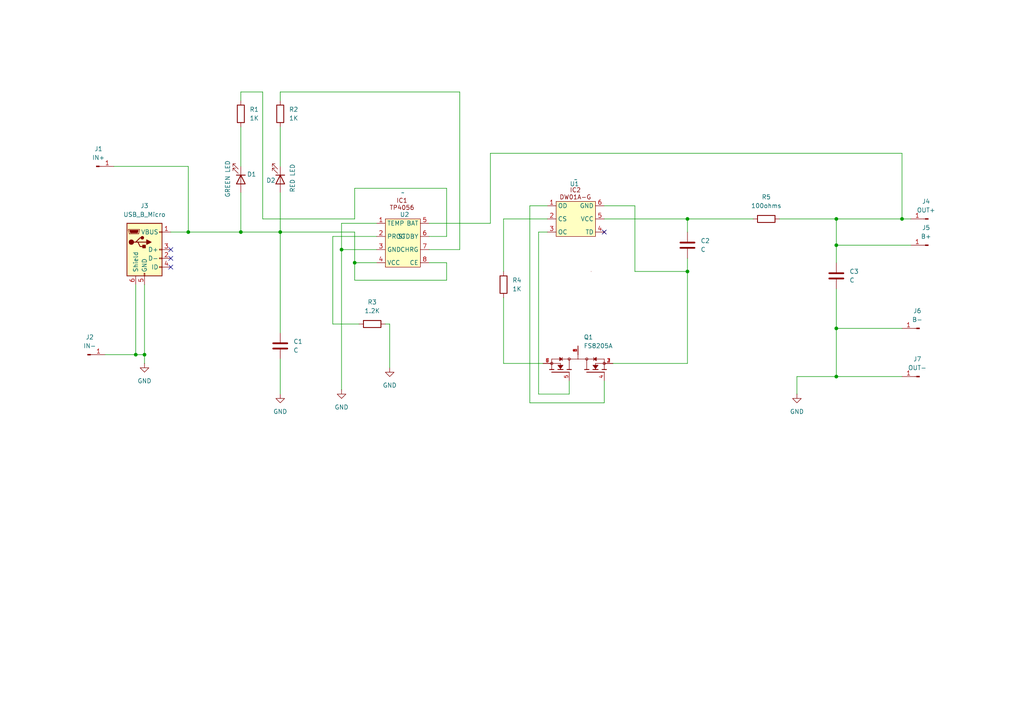
<source format=kicad_sch>
(kicad_sch (version 20231120) (generator "eeschema") (generator_version "8.0")
  (paper "A4")
  (lib_symbols
    (symbol "Connector:Conn_01x01_Pin" (pin_names (offset 1.016) hide)
      (property "Reference" "J" (at 0 2.54 0))
      (property "Value" "Conn_01x01_Pin" (at 0 -2.54 0))
      (symbol "Conn_01x01_Pin_1_1"
        (polyline (pts (xy 1.27 0) (xy 0.8636 0)) (stroke (width 0.1524)))
        (rectangle (start 0.8636 0.127) (end 0 -0.127) (stroke (width 0.1524)) (fill (type outline)))
        (pin passive line (at 5.08 0 180) (length 3.81) (name "Pin_1") (number "1"))
      )
    )
    (symbol "Connector:USB_B_Micro" (pin_names (offset 1.016))
      (property "Reference" "J" (at -5.08 11.43 0))
      (property "Value" "USB_B_Micro" (at -5.08 8.89 0))
      (symbol "USB_B_Micro_0_1"
        (rectangle (start -5.08 -7.62) (end 5.08 7.62) (stroke (width 0.254)) (fill (type background)))
        (circle (center -3.81 2.159) (radius 0.635) (stroke (width 0.254)) (fill (type outline)))
        (circle (center -0.635 3.429) (radius 0.381) (stroke (width 0.254)) (fill (type outline)))
        (rectangle (start -0.127 -7.62) (end 0.127 -6.858))
        (polyline (pts (xy -1.905 2.159) (xy 0.635 2.159)) (stroke (width 0.254)))
        (polyline (pts (xy -3.175 2.159) (xy -2.54 2.159) (xy -1.27 3.429) (xy -0.635 3.429)) (stroke (width 0.254)))
        (polyline (pts (xy -2.54 2.159) (xy -1.905 2.159) (xy -1.27 0.889) (xy 0 0.889)) (stroke (width 0.254)))
        (polyline (pts (xy 0.635 2.794) (xy 0.635 1.524) (xy 1.905 2.159) (xy 0.635 2.794)) (stroke (width 0.254)) (fill (type outline)))
        (polyline (pts (xy -4.318 5.588) (xy -1.778 5.588) (xy -2.032 4.826) (xy -4.064 4.826) (xy -4.318 5.588)) (fill (type outline)))
        (polyline (pts (xy -4.699 5.842) (xy -4.699 5.588) (xy -4.445 4.826) (xy -4.445 4.572) (xy -1.651 4.572) (xy -1.651 4.826) (xy -1.397 5.588) (xy -1.397 5.842) (xy -4.699 5.842)))
        (rectangle (start 0.254 1.27) (end -0.508 0.508) (stroke (width 0.254)) (fill (type outline)))
        (rectangle (start 5.08 -5.207) (end 4.318 -4.953))
        (rectangle (start 5.08 -2.667) (end 4.318 -2.413))
        (rectangle (start 5.08 -0.127) (end 4.318 0.127))
        (rectangle (start 5.08 4.953) (end 4.318 5.207))
      )
      (symbol "USB_B_Micro_1_1"
        (pin power_out line (at 7.62 5.08 180) (length 2.54) (name "VBUS") (number "1"))
        (pin bidirectional line (at 7.62 -2.54 180) (length 2.54) (name "D-") (number "2"))
        (pin bidirectional line (at 7.62 0 180) (length 2.54) (name "D+") (number "3"))
        (pin passive line (at 7.62 -5.08 180) (length 2.54) (name "ID") (number "4"))
        (pin power_out line (at 0 -10.16 90) (length 2.54) (name "GND") (number "5"))
        (pin passive line (at -2.54 -10.16 90) (length 2.54) (name "Shield") (number "6"))
      )
    )
    (symbol "Device:C" (pin_numbers hide) (pin_names (offset 0.254))
      (property "Reference" "C" (at 0.635 2.54 0))
      (property "Value" "C" (at 0.635 -2.54 0))
      (symbol "C_0_1"
        (polyline (pts (xy -2.032 -0.762) (xy 2.032 -0.762)) (stroke (width 0.508)))
        (polyline (pts (xy -2.032 0.762) (xy 2.032 0.762)) (stroke (width 0.508)))
      )
      (symbol "C_1_1"
        (pin passive line (at 0 3.81 270) (length 2.794) (name "~") (number "1"))
        (pin passive line (at 0 -3.81 90) (length 2.794) (name "~") (number "2"))
      )
    )
    (symbol "Device:LED" (pin_numbers hide) (pin_names (offset 1.016) hide)
      (property "Reference" "D" (at 0 2.54 0))
      (property "Value" "LED" (at 0 -2.54 0))
      (symbol "LED_0_1"
        (polyline (pts (xy -1.27 -1.27) (xy -1.27 1.27)) (stroke (width 0.254)))
        (polyline (pts (xy -1.27 0) (xy 1.27 0)))
        (polyline (pts (xy 1.27 -1.27) (xy 1.27 1.27) (xy -1.27 0) (xy 1.27 -1.27)) (stroke (width 0.254)))
        (polyline (pts (xy -3.048 -0.762) (xy -4.572 -2.286) (xy -3.81 -2.286) (xy -4.572 -2.286) (xy -4.572 -1.524)))
        (polyline (pts (xy -1.778 -0.762) (xy -3.302 -2.286) (xy -2.54 -2.286) (xy -3.302 -2.286) (xy -3.302 -1.524)))
      )
      (symbol "LED_1_1"
        (pin passive line (at -3.81 0 0) (length 2.54) (name "K") (number "1"))
        (pin passive line (at 3.81 0 180) (length 2.54) (name "A") (number "2"))
      )
    )
    (symbol "Device:R" (pin_numbers hide) (pin_names (offset 0))
      (property "Reference" "R" (at 2.032 0 90))
      (property "Value" "R" (at 0 0 90))
      (symbol "R_0_1"
        (rectangle (start -1.016 -2.54) (end 1.016 2.54) (stroke (width 0.254)))
      )
      (symbol "R_1_1"
        (pin passive line (at 0 3.81 270) (length 1.27) (name "~") (number "1"))
        (pin passive line (at 0 -3.81 90) (length 1.27) (name "~") (number "2"))
      )
    )
    (symbol "FS8205A:FS8205A" (pin_names (offset 1.016))
      (property "Reference" "Q" (at -11.43 7.62 0))
      (property "Value" "FS8205A" (at -11.43 -12.7 0))
      (symbol "FS8205A_0_0"
        (circle (center 0 -7.62) (radius 0.3592))
        (polyline (pts (xy -2.54 -2.54) (xy -2.54 -7.62)) (stroke (width 0.254)))
        (polyline (pts (xy -2.54 7.62) (xy -2.54 2.54)) (stroke (width 0.254)))
        (polyline (pts (xy -1.778 -7.62) (xy -1.778 -8.255)) (stroke (width 0.254)))
        (polyline (pts (xy -1.778 -6.985) (xy -1.778 -7.62)) (stroke (width 0.254)))
        (polyline (pts (xy -1.778 -5.08) (xy -1.778 -5.842)) (stroke (width 0.254)))
        (polyline (pts (xy -1.778 -5.08) (xy 0 -5.08)) (stroke (width 0.1524)))
        (polyline (pts (xy -1.778 -4.318) (xy -1.778 -5.08)) (stroke (width 0.254)))
        (polyline (pts (xy -1.778 -2.54) (xy -1.778 -3.175)) (stroke (width 0.254)))
        (polyline (pts (xy -1.778 -2.54) (xy 1.27 -2.54)) (stroke (width 0.1524)))
        (polyline (pts (xy -1.778 -1.905) (xy -1.778 -2.54)) (stroke (width 0.254)))
        (polyline (pts (xy -1.778 2.54) (xy -1.778 1.905)) (stroke (width 0.254)))
        (polyline (pts (xy -1.778 3.175) (xy -1.778 2.54)) (stroke (width 0.254)))
        (polyline (pts (xy -1.778 5.08) (xy -1.778 4.318)) (stroke (width 0.254)))
        (polyline (pts (xy -1.778 5.08) (xy 0 5.08)) (stroke (width 0.1524)))
        (polyline (pts (xy -1.778 5.842) (xy -1.778 5.08)) (stroke (width 0.254)))
        (polyline (pts (xy -1.778 7.62) (xy -1.778 6.985)) (stroke (width 0.254)))
        (polyline (pts (xy -1.778 7.62) (xy 1.27 7.62)) (stroke (width 0.1524)))
        (polyline (pts (xy -1.778 8.255) (xy -1.778 7.62)) (stroke (width 0.254)))
        (polyline (pts (xy 0 -7.62) (xy -1.778 -7.62)) (stroke (width 0.1524)))
        (polyline (pts (xy 0 -7.62) (xy 1.27 -7.62)) (stroke (width 0.1524)))
        (polyline (pts (xy 0 -5.08) (xy 0 -7.62)) (stroke (width 0.1524)))
        (polyline (pts (xy 0 7.62) (xy 0 5.08)) (stroke (width 0.1524)))
        (polyline (pts (xy 0.762 4.572) (xy 1.27 4.572)) (stroke (width 0.1524)))
        (polyline (pts (xy 1.27 -4.572) (xy 0.762 -4.572)) (stroke (width 0.1524)))
        (polyline (pts (xy 1.27 -4.572) (xy 1.27 -7.62)) (stroke (width 0.1524)))
        (polyline (pts (xy 1.27 -2.54) (xy 1.27 -4.572)) (stroke (width 0.1524)))
        (polyline (pts (xy 1.27 -2.54) (xy 1.27 0)) (stroke (width 0.1524)))
        (polyline (pts (xy 1.27 0) (xy 1.27 2.54)) (stroke (width 0.1524)))
        (polyline (pts (xy 1.27 0) (xy 2.54 0)) (stroke (width 0.1524)))
        (polyline (pts (xy 1.27 2.54) (xy -1.778 2.54)) (stroke (width 0.1524)))
        (polyline (pts (xy 1.27 2.54) (xy 1.27 4.572)) (stroke (width 0.1524)))
        (polyline (pts (xy 1.27 4.572) (xy 1.27 7.62)) (stroke (width 0.1524)))
        (polyline (pts (xy 1.27 4.572) (xy 1.778 4.572)) (stroke (width 0.1524)))
        (polyline (pts (xy 1.778 -4.572) (xy 1.27 -4.572)) (stroke (width 0.1524)))
        (polyline (pts (xy -1.524 -5.08) (xy -0.508 -4.318) (xy -0.508 -5.842) (xy -1.524 -5.08)) (stroke (width 0.1524)) (fill (type outline)))
        (polyline (pts (xy -1.524 5.08) (xy -0.508 5.842) (xy -0.508 4.318) (xy -1.524 5.08)) (stroke (width 0.1524)) (fill (type outline)))
        (polyline (pts (xy 1.27 -4.572) (xy 0.762 -5.334) (xy 1.778 -5.334) (xy 1.27 -4.572)) (stroke (width 0.1524)) (fill (type outline)))
        (polyline (pts (xy 1.27 4.572) (xy 1.778 5.334) (xy 0.762 5.334) (xy 1.27 4.572)) (stroke (width 0.1524)) (fill (type outline)))
        (circle (center 0 7.62) (radius 0.3592))
        (circle (center 1.27 -2.54) (radius 0.3592))
        (circle (center 1.27 2.54) (radius 0.3592))
        (pin passive line (at 5.08 0 180) (length 2.54) (name "~") (number "1"))
        (pin passive line (at 0 -10.16 90) (length 2.54) (name "~") (number "2"))
        (pin passive line (at 0 -10.16 90) (length 2.54) (name "~") (number "3"))
        (pin passive line (at -5.08 -7.62 0) (length 2.54) (name "~") (number "4"))
        (pin passive line (at -5.08 2.54 0) (length 2.54) (name "~") (number "5"))
        (pin passive line (at 0 10.16 270) (length 2.54) (name "~") (number "6"))
        (pin passive line (at 0 10.16 270) (length 2.54) (name "~") (number "7"))
        (pin passive line (at 5.08 0 180) (length 2.54) (name "~") (number "8"))
      )
    )
    (symbol "my_custom_symbol_library:DW01A-G"
      (property "Reference" "U" (at 0 0 0))
      (symbol "DW01A-G_0_1"
        (rectangle (start 5.08 -21.59) (end 5.08 -21.59))
      )
      (symbol "DW01A-G_1_1"
        (rectangle (start -5.08 -1.27) (end 6.35 -11.43) (fill (type background)))
        (text "IC2\nDW01A-G" (at 0.508 1.016 0) (effects (font (size 1.27 1.27))))
        (pin input line (at -7.62 -2.54 0) (length 2.54) (name "OD") (number "1"))
        (pin input line (at -7.62 -6.35 0) (length 2.54) (name "CS") (number "2"))
        (pin input line (at -7.62 -10.16 0) (length 2.54) (name "OC") (number "3"))
        (pin no_connect line (at 8.89 -10.16 180) (length 2.54) (name "TD") (number "4"))
        (pin power_in line (at 8.89 -6.35 180) (length 2.54) (name "VCC") (number "5"))
        (pin power_in line (at 8.89 -2.54 180) (length 2.54) (name "GND") (number "6"))
      )
    )
    (symbol "my_custom_symbol_library:TP4056"
      (property "Reference" "U" (at 0 0 0))
      (symbol "TP4056_1_1"
        (rectangle (start -5.08 -1.27) (end 5.08 -15.24) (fill (type background)))
        (text "IC1\nTP4056" (at -0.254 3.048 0) (effects (font (size 1.27 1.27))))
        (pin input line (at -7.62 -2.54 0) (length 2.54) (name "TEMP") (number "1"))
        (pin input line (at -7.62 -6.35 0) (length 2.54) (name "PROG") (number "2"))
        (pin power_in line (at -7.62 -10.16 0) (length 2.54) (name "GND") (number "3"))
        (pin power_in line (at -7.62 -13.97 0) (length 2.54) (name "VCC") (number "4"))
        (pin power_in line (at 7.62 -2.54 180) (length 2.54) (name "BAT") (number "5"))
        (pin output line (at 7.62 -6.35 180) (length 2.54) (name "STDBY") (number "6"))
        (pin output line (at 7.62 -10.16 180) (length 2.54) (name "CHRG") (number "7"))
        (pin input line (at 7.62 -13.97 180) (length 2.54) (name "CE") (number "8"))
      )
    )
    (symbol "power:GND" (power) (pin_numbers hide) (pin_names (offset 0) hide)
      (property "Value" "GND" (at 0 -3.81 0))
      (symbol "GND_0_1"
        (polyline (pts (xy 0 0) (xy 0 -1.27) (xy 1.27 -1.27) (xy 0 -2.54) (xy -1.27 -1.27) (xy 0 -1.27)))
      )
      (symbol "GND_1_1"
        (pin power_in line (at 0 0 270) (length 0) (name "~") (number "1"))
      )
    )
  )
  (junction (at 242.57 109.22))
  (junction (at 199.39 78.74))
  (junction (at 102.87 76.2))
  (junction (at 99.06 72.39))
  (junction (at 242.57 95.25))
  (junction (at 242.57 63.5))
  (junction (at 199.39 63.5))
  (junction (at 242.57 71.12))
  (junction (at 54.61 67.31))
  (junction (at 81.28 67.31))
  (junction (at 39.37 102.87))
  (junction (at 69.85 67.31))
  (junction (at 41.91 102.87))
  (junction (at 261.62 63.5))
  (no_connect (at 49.53 74.93))
  (no_connect (at 49.53 72.39))
  (no_connect (at 49.53 77.47))
  (no_connect (at 175.26 67.31))
  (wire (pts (xy 153.67 59.69) (xy 153.67 116.84)))
  (wire (pts (xy 30.48 102.87) (xy 39.37 102.87)))
  (wire (pts (xy 129.54 54.61) (xy 129.54 68.58)))
  (wire (pts (xy 175.26 59.69) (xy 184.15 59.69)))
  (wire (pts (xy 81.28 104.14) (xy 81.28 114.3)))
  (wire (pts (xy 156.21 114.3) (xy 165.1 114.3)))
  (wire (pts (xy 242.57 95.25) (xy 242.57 109.22)))
  (wire (pts (xy 102.87 67.31) (xy 102.87 76.2)))
  (wire (pts (xy 146.05 105.41) (xy 157.48 105.41)))
  (wire (pts (xy 69.85 67.31) (xy 81.28 67.31)))
  (wire (pts (xy 129.54 76.2) (xy 124.46 76.2)))
  (wire (pts (xy 41.91 102.87) (xy 41.91 105.41)))
  (wire (pts (xy 146.05 63.5) (xy 146.05 78.74)))
  (wire (pts (xy 81.28 67.31) (xy 81.28 96.52)))
  (wire (pts (xy 109.22 64.77) (xy 99.06 64.77)))
  (wire (pts (xy 261.62 63.5) (xy 264.16 63.5)))
  (wire (pts (xy 242.57 109.22) (xy 231.14 109.22)))
  (wire (pts (xy 142.24 64.77) (xy 142.24 44.45)))
  (wire (pts (xy 242.57 63.5) (xy 242.57 71.12)))
  (wire (pts (xy 124.46 64.77) (xy 142.24 64.77)))
  (wire (pts (xy 242.57 109.22) (xy 261.62 109.22)))
  (wire (pts (xy 261.62 44.45) (xy 261.62 63.5)))
  (wire (pts (xy 175.26 116.84) (xy 175.26 110.49)))
  (wire (pts (xy 226.06 63.5) (xy 242.57 63.5)))
  (wire (pts (xy 76.2 26.67) (xy 76.2 63.5)))
  (wire (pts (xy 113.03 93.98) (xy 113.03 106.68)))
  (wire (pts (xy 231.14 109.22) (xy 231.14 114.3)))
  (wire (pts (xy 102.87 76.2) (xy 109.22 76.2)))
  (wire (pts (xy 81.28 29.21) (xy 81.28 26.67)))
  (wire (pts (xy 165.1 110.49) (xy 165.1 114.3)))
  (wire (pts (xy 158.75 67.31) (xy 156.21 67.31)))
  (wire (pts (xy 199.39 63.5) (xy 199.39 67.31)))
  (wire (pts (xy 76.2 63.5) (xy 102.87 63.5)))
  (wire (pts (xy 69.85 55.88) (xy 69.85 67.31)))
  (wire (pts (xy 96.52 93.98) (xy 104.14 93.98)))
  (wire (pts (xy 109.22 68.58) (xy 96.52 68.58)))
  (wire (pts (xy 99.06 64.77) (xy 99.06 72.39)))
  (wire (pts (xy 242.57 63.5) (xy 261.62 63.5)))
  (wire (pts (xy 69.85 29.21) (xy 69.85 26.67)))
  (wire (pts (xy 199.39 74.93) (xy 199.39 78.74)))
  (wire (pts (xy 69.85 26.67) (xy 76.2 26.67)))
  (wire (pts (xy 184.15 59.69) (xy 184.15 78.74)))
  (wire (pts (xy 102.87 63.5) (xy 102.87 54.61)))
  (wire (pts (xy 242.57 95.25) (xy 261.62 95.25)))
  (wire (pts (xy 242.57 71.12) (xy 242.57 76.2)))
  (wire (pts (xy 133.35 26.67) (xy 133.35 72.39)))
  (wire (pts (xy 156.21 67.31) (xy 156.21 114.3)))
  (wire (pts (xy 54.61 67.31) (xy 69.85 67.31)))
  (wire (pts (xy 242.57 83.82) (xy 242.57 95.25)))
  (wire (pts (xy 158.75 63.5) (xy 146.05 63.5)))
  (wire (pts (xy 184.15 78.74) (xy 199.39 78.74)))
  (wire (pts (xy 99.06 72.39) (xy 99.06 113.03)))
  (wire (pts (xy 39.37 102.87) (xy 39.37 82.55)))
  (wire (pts (xy 102.87 54.61) (xy 129.54 54.61)))
  (wire (pts (xy 146.05 86.36) (xy 146.05 105.41)))
  (wire (pts (xy 129.54 81.28) (xy 129.54 76.2)))
  (wire (pts (xy 41.91 102.87) (xy 41.91 82.55)))
  (wire (pts (xy 158.75 59.69) (xy 153.67 59.69)))
  (wire (pts (xy 109.22 72.39) (xy 99.06 72.39)))
  (wire (pts (xy 199.39 105.41) (xy 177.8 105.41)))
  (wire (pts (xy 49.53 67.31) (xy 54.61 67.31)))
  (wire (pts (xy 54.61 48.26) (xy 54.61 67.31)))
  (wire (pts (xy 39.37 102.87) (xy 41.91 102.87)))
  (wire (pts (xy 153.67 116.84) (xy 175.26 116.84)))
  (wire (pts (xy 81.28 55.88) (xy 81.28 67.31)))
  (wire (pts (xy 102.87 76.2) (xy 102.87 81.28)))
  (wire (pts (xy 102.87 81.28) (xy 129.54 81.28)))
  (wire (pts (xy 111.76 93.98) (xy 113.03 93.98)))
  (wire (pts (xy 81.28 67.31) (xy 102.87 67.31)))
  (wire (pts (xy 33.02 48.26) (xy 54.61 48.26)))
  (wire (pts (xy 242.57 71.12) (xy 264.16 71.12)))
  (wire (pts (xy 199.39 78.74) (xy 199.39 105.41)))
  (wire (pts (xy 124.46 72.39) (xy 133.35 72.39)))
  (wire (pts (xy 199.39 63.5) (xy 218.44 63.5)))
  (wire (pts (xy 69.85 36.83) (xy 69.85 48.26)))
  (wire (pts (xy 142.24 44.45) (xy 261.62 44.45)))
  (wire (pts (xy 175.26 63.5) (xy 199.39 63.5)))
  (wire (pts (xy 81.28 26.67) (xy 133.35 26.67)))
  (wire (pts (xy 96.52 68.58) (xy 96.52 93.98)))
  (wire (pts (xy 81.28 36.83) (xy 81.28 48.26)))
  (wire (pts (xy 129.54 68.58) (xy 124.46 68.58)))
  (symbol (lib_id "power:GND") (at 99.06 113.03 0) (unit 1)
    (property "Reference" "#PWR04" (effects (hide yes)))
    (property "Value" "GND" (at 99.06 118.11 0))
    (property "Description" "Power symbol creates a global label with name \"GND\" , ground" (effects (hide yes)))
  )
  (symbol (lib_id "Device:C") (at 81.28 100.33 0) (unit 1)
    (property "Reference" "C1" (at 85.09 99.0599 0) (effects (justify left)))
    (property "Value" "C" (at 85.09 101.5999 0) (effects (justify left)))
    (property "Footprint" "Capacitor_SMD:C_0201_0603Metric" (effects (hide yes)))
    (property "Description" "Unpolarized capacitor" (effects (hide yes)))
  )
  (symbol (lib_id "power:GND") (at 113.03 106.68 0) (unit 1)
    (property "Reference" "#PWR01" (effects (hide yes)))
    (property "Value" "GND" (at 113.03 111.76 0))
    (property "Description" "Power symbol creates a global label with name \"GND\" , ground" (effects (hide yes)))
  )
  (symbol (lib_id "Device:R") (at 222.25 63.5 90) (unit 1)
    (property "Reference" "R5" (at 222.25 57.15 90))
    (property "Value" "100ohms" (at 222.25 59.69 90))
    (property "Footprint" "Resistor_SMD:R_0201_0603Metric" (effects (hide yes)))
    (property "Description" "Resistor" (effects (hide yes)))
  )
  (symbol (lib_id "Device:R") (at 146.05 82.55 0) (unit 1)
    (property "Reference" "R4" (at 148.59 81.2799 0) (effects (justify left)))
    (property "Value" "1K" (at 148.59 83.8199 0) (effects (justify left)))
    (property "Footprint" "Resistor_SMD:R_0201_0603Metric" (effects (hide yes)))
    (property "Description" "Resistor" (effects (hide yes)))
  )
  (symbol (lib_id "my_custom_symbol_library:TP4056") (at 116.84 62.23 0) (unit 1)
    (property "Reference" "U2" (at 117.348 62.23 0))
    (property "Value" "~" (at 116.84 55.88 0))
    (property "Footprint" "my_custom_library:SOP-8_3.9x4.9mm_P1.27mm" (effects (hide yes)))
  )
  (symbol (lib_id "Connector:USB_B_Micro") (at 41.91 72.39 0) (unit 1)
    (property "Reference" "J3" (at 41.91 59.69 0))
    (property "Value" "USB_B_Micro" (at 41.91 62.23 0))
    (property "Footprint" "Connector_USB:USB_Micro-B_Molex_47346-0001" (effects (hide yes)))
    (property "Description" "USB Micro Type B connector" (effects (hide yes)))
  )
  (symbol (lib_id "power:GND") (at 81.28 114.3 0) (unit 1)
    (property "Reference" "#PWR02" (effects (hide yes)))
    (property "Value" "GND" (at 81.28 119.38 0))
    (property "Description" "Power symbol creates a global label with name \"GND\" , ground" (effects (hide yes)))
  )
  (symbol (lib_id "Connector:Conn_01x01_Pin") (at 27.94 48.26 0) (unit 1)
    (property "Reference" "J1" (at 28.575 43.18 0))
    (property "Value" "IN+" (at 28.575 45.72 0))
    (property "Footprint" "Connector_Wire:SolderWire-0.75sqmm_1x01_D1.25mm_OD2.3mm" (effects (hide yes)))
    (property "Description" "Generic connector, single row, 01x01, script generated" (effects (hide yes)))
  )
  (symbol (lib_id "Device:LED") (at 69.85 52.07 270) (unit 1)
    (property "Reference" "D1" (at 71.628 50.546 90) (effects (justify left)))
    (property "Value" "GREEN LED" (at 66.04 46.482 0) (effects (justify left)))
    (property "Footprint" "LED_SMD:LED_0201_0603Metric" (effects (hide yes)))
    (property "Description" "Light emitting diode" (effects (hide yes)))
  )
  (symbol (lib_id "Connector:Conn_01x01_Pin") (at 25.4 102.87 0) (unit 1)
    (property "Reference" "J2" (at 26.035 97.79 0))
    (property "Value" "IN-" (at 26.035 100.33 0))
    (property "Footprint" "Connector_Wire:SolderWire-0.75sqmm_1x01_D1.25mm_OD2.3mm" (effects (hide yes)))
    (property "Description" "Generic connector, single row, 01x01, script generated" (effects (hide yes)))
  )
  (symbol (lib_id "Connector:Conn_01x01_Pin") (at 269.24 63.5 180) (unit 1)
    (property "Reference" "J4" (at 268.605 58.42 0))
    (property "Value" "OUT+" (at 268.605 60.96 0))
    (property "Footprint" "Connector_Wire:SolderWire-0.75sqmm_1x01_D1.25mm_OD2.3mm" (effects (hide yes)))
    (property "Description" "Generic connector, single row, 01x01, script generated" (effects (hide yes)))
  )
  (symbol (lib_id "Device:C") (at 199.39 71.12 0) (unit 1)
    (property "Reference" "C2" (at 203.2 69.8499 0) (effects (justify left)))
    (property "Value" "C" (at 203.2 72.3899 0) (effects (justify left)))
    (property "Footprint" "Capacitor_SMD:C_0201_0603Metric" (effects (hide yes)))
    (property "Description" "Unpolarized capacitor" (effects (hide yes)))
  )
  (symbol (lib_id "power:GND") (at 41.91 105.41 0) (unit 1)
    (property "Reference" "#PWR03" (effects (hide yes)))
    (property "Value" "GND" (at 41.91 110.49 0))
    (property "Description" "Power symbol creates a global label with name \"GND\" , ground" (effects (hide yes)))
  )
  (symbol (lib_id "Connector:Conn_01x01_Pin") (at 266.7 95.25 180) (unit 1)
    (property "Reference" "J6" (at 266.065 90.17 0))
    (property "Value" "B-" (at 266.065 92.71 0))
    (property "Footprint" "Connector_Wire:SolderWire-0.75sqmm_1x01_D1.25mm_OD2.3mm" (effects (hide yes)))
    (property "Description" "Generic connector, single row, 01x01, script generated" (effects (hide yes)))
  )
  (symbol (lib_id "my_custom_symbol_library:DW01A-G") (at 166.37 57.15 0) (unit 1)
    (property "Reference" "U1" (at 166.624 53.34 0))
    (property "Value" "~" (at 167.005 52.07 0))
    (property "Footprint" "Package_TO_SOT_SMD:SOT-23-6" (effects (hide yes)))
  )
  (symbol (lib_id "power:GND") (at 231.14 114.3 0) (unit 1)
    (property "Reference" "#PWR05" (effects (hide yes)))
    (property "Value" "GND" (at 231.14 119.38 0))
    (property "Description" "Power symbol creates a global label with name \"GND\" , ground" (effects (hide yes)))
  )
  (symbol (lib_id "Device:LED") (at 81.28 52.07 270) (unit 1)
    (property "Reference" "D2" (at 77.216 52.324 90) (effects (justify left)))
    (property "Value" "RED LED" (at 84.836 47.498 0) (effects (justify left)))
    (property "Footprint" "LED_SMD:LED_0201_0603Metric" (effects (hide yes)))
    (property "Description" "Light emitting diode" (effects (hide yes)))
  )
  (symbol (lib_id "Device:R") (at 69.85 33.02 0) (unit 1)
    (property "Reference" "R1" (at 72.39 31.7499 0) (effects (justify left)))
    (property "Value" "1K" (at 72.39 34.2899 0) (effects (justify left)))
    (property "Footprint" "Resistor_SMD:R_0201_0603Metric" (effects (hide yes)))
    (property "Description" "Resistor" (effects (hide yes)))
  )
  (symbol (lib_id "Device:R") (at 107.95 93.98 90) (unit 1)
    (property "Reference" "R3" (at 107.95 87.63 90))
    (property "Value" "1.2K" (at 107.95 90.17 90))
    (property "Footprint" "Resistor_SMD:R_0201_0603Metric" (effects (hide yes)))
    (property "Description" "Resistor" (effects (hide yes)))
  )
  (symbol (lib_id "FS8205A:FS8205A") (at 167.64 105.41 90) (unit 1)
    (property "Reference" "Q1" (at 169.2911 97.79 90) (effects (justify right)))
    (property "Value" "FS8205A" (at 169.2911 100.33 90) (effects (justify right)))
    (property "Footprint" "my_custom_library:SOP65P640X120-8N" (effects (hide yes)))
    (property "MF" "Fortune Semiconductor" (effects (hide yes)))
    (property "MAXIMUM_PACKAGE_HEIGHT" "1.2mm" (effects (hide yes)))
    (property "Package" "Package" (effects (hide yes)))
    (property "Price" "None" (effects (hide yes)))
    (property "Check_prices" "https://www.snapeda.com/parts/FS8205A/Fortune+Semiconductor/view-part/?ref=eda" (effects (hide yes)))
    (property "STANDARD" "IPC 7351B" (effects (hide yes)))
    (property "PARTREV" "1.7" (effects (hide yes)))
    (property "SnapEDA_Link" "https://www.snapeda.com/parts/FS8205A/Fortune+Semiconductor/view-part/?ref=snap" (effects (hide yes)))
    (property "MP" "FS8205A" (effects (hide yes)))
    (property "Description_1" "\n" (effects (hide yes)))
    (property "Availability" "In Stock" (effects (hide yes)))
    (property "MANUFACTURER" "Fortune Semiconductor" (effects (hide yes)))
  )
  (symbol (lib_id "Connector:Conn_01x01_Pin") (at 269.24 71.12 180) (unit 1)
    (property "Reference" "J5" (at 268.605 66.04 0))
    (property "Value" "B+" (at 268.605 68.58 0))
    (property "Footprint" "Connector_Wire:SolderWire-0.75sqmm_1x01_D1.25mm_OD2.3mm" (effects (hide yes)))
    (property "Description" "Generic connector, single row, 01x01, script generated" (effects (hide yes)))
  )
  (symbol (lib_id "Connector:Conn_01x01_Pin") (at 266.7 109.22 180) (unit 1)
    (property "Reference" "J7" (at 266.065 104.14 0))
    (property "Value" "OUT-" (at 266.065 106.68 0))
    (property "Footprint" "Connector_Wire:SolderWire-0.75sqmm_1x01_D1.25mm_OD2.3mm" (effects (hide yes)))
    (property "Description" "Generic connector, single row, 01x01, script generated" (effects (hide yes)))
  )
  (symbol (lib_id "Device:C") (at 242.57 80.01 0) (unit 1)
    (property "Reference" "C3" (at 246.38 78.7399 0) (effects (justify left)))
    (property "Value" "C" (at 246.38 81.2799 0) (effects (justify left)))
    (property "Footprint" "Capacitor_SMD:C_0201_0603Metric" (effects (hide yes)))
    (property "Description" "Unpolarized capacitor" (effects (hide yes)))
  )
  (symbol (lib_id "Device:R") (at 81.28 33.02 0) (unit 1)
    (property "Reference" "R2" (at 83.82 31.7499 0) (effects (justify left)))
    (property "Value" "1K" (at 83.82 34.2899 0) (effects (justify left)))
    (property "Footprint" "Resistor_SMD:R_0201_0603Metric" (effects (hide yes)))
    (property "Description" "Resistor" (effects (hide yes)))
  )
)
</source>
